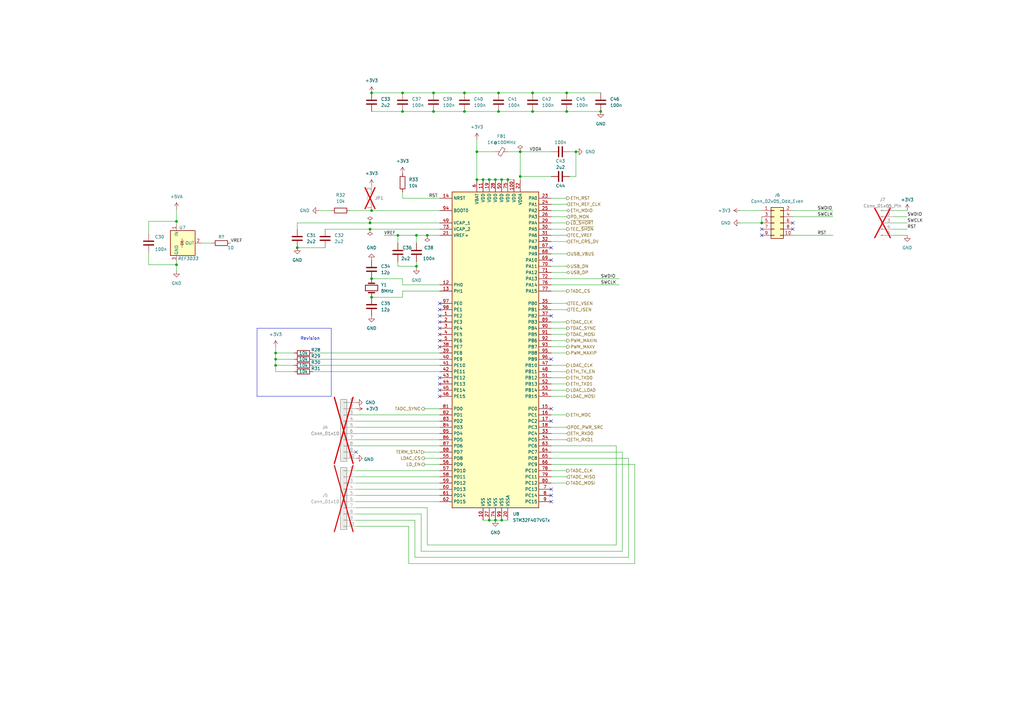
<source format=kicad_sch>
(kicad_sch (version 20230121) (generator eeschema)
  (paper "A3")
  (title_block (title "MCU") (date "2023-11-09") (rev "r0_3") (company "M-Labs Limited") (comment 1 "Linus Woo Chun Kit"))
  (lib_symbols
    (symbol "Connector:Conn_01x05_Pin" (pin_names (offset 1.016) hide)
      (property "Reference" "J" (at 0 7.62 0))
      (property "Value" "Conn_01x05_Pin" (at 0 -7.62 0))
      (symbol "Conn_01x05_Pin_1_1"
        (polyline (pts (xy 1.27 -5.08) (xy 0.8636 -5.08)) (stroke (width 0.1524)))
        (polyline (pts (xy 1.27 -2.54) (xy 0.8636 -2.54)) (stroke (width 0.1524)))
        (polyline (pts (xy 1.27 0) (xy 0.8636 0)) (stroke (width 0.1524)))
        (polyline (pts (xy 1.27 2.54) (xy 0.8636 2.54)) (stroke (width 0.1524)))
        (polyline (pts (xy 1.27 5.08) (xy 0.8636 5.08)) (stroke (width 0.1524)))
        (rectangle (start 0.8636 -4.953) (end 0 -5.207) (stroke (width 0.1524)) (fill (type outline)))
        (rectangle (start 0.8636 -2.413) (end 0 -2.667) (stroke (width 0.1524)) (fill (type outline)))
        (rectangle (start 0.8636 0.127) (end 0 -0.127) (stroke (width 0.1524)) (fill (type outline)))
        (rectangle (start 0.8636 2.667) (end 0 2.413) (stroke (width 0.1524)) (fill (type outline)))
        (rectangle (start 0.8636 5.207) (end 0 4.953) (stroke (width 0.1524)) (fill (type outline)))
        (pin passive line (at 5.08 5.08 180) (length 3.81) (name "Pin_1") (number "1"))
        (pin passive line (at 5.08 2.54 180) (length 3.81) (name "Pin_2") (number "2"))
        (pin passive line (at 5.08 0 180) (length 3.81) (name "Pin_3") (number "3"))
        (pin passive line (at 5.08 -2.54 180) (length 3.81) (name "Pin_4") (number "4"))
        (pin passive line (at 5.08 -5.08 180) (length 3.81) (name "Pin_5") (number "5"))
      )
    )
    (symbol "Connector_Generic:Conn_01x10" (pin_names (offset 1.016) hide)
      (property "Reference" "J" (at 0 12.7 0))
      (property "Value" "Conn_01x10" (at 0 -15.24 0))
      (symbol "Conn_01x10_1_1"
        (rectangle (start -1.27 -12.573) (end 0 -12.827) (stroke (width 0.1524)))
        (rectangle (start -1.27 -10.033) (end 0 -10.287) (stroke (width 0.1524)))
        (rectangle (start -1.27 -7.493) (end 0 -7.747) (stroke (width 0.1524)))
        (rectangle (start -1.27 -4.953) (end 0 -5.207) (stroke (width 0.1524)))
        (rectangle (start -1.27 -2.413) (end 0 -2.667) (stroke (width 0.1524)))
        (rectangle (start -1.27 0.127) (end 0 -0.127) (stroke (width 0.1524)))
        (rectangle (start -1.27 2.667) (end 0 2.413) (stroke (width 0.1524)))
        (rectangle (start -1.27 5.207) (end 0 4.953) (stroke (width 0.1524)))
        (rectangle (start -1.27 7.747) (end 0 7.493) (stroke (width 0.1524)))
        (rectangle (start -1.27 10.287) (end 0 10.033) (stroke (width 0.1524)))
        (rectangle (start -1.27 11.43) (end 1.27 -13.97) (stroke (width 0.254)) (fill (type background)))
        (pin passive line (at -5.08 10.16 0) (length 3.81) (name "Pin_1") (number "1"))
        (pin passive line (at -5.08 -12.7 0) (length 3.81) (name "Pin_10") (number "10"))
        (pin passive line (at -5.08 7.62 0) (length 3.81) (name "Pin_2") (number "2"))
        (pin passive line (at -5.08 5.08 0) (length 3.81) (name "Pin_3") (number "3"))
        (pin passive line (at -5.08 2.54 0) (length 3.81) (name "Pin_4") (number "4"))
        (pin passive line (at -5.08 0 0) (length 3.81) (name "Pin_5") (number "5"))
        (pin passive line (at -5.08 -2.54 0) (length 3.81) (name "Pin_6") (number "6"))
        (pin passive line (at -5.08 -5.08 0) (length 3.81) (name "Pin_7") (number "7"))
        (pin passive line (at -5.08 -7.62 0) (length 3.81) (name "Pin_8") (number "8"))
        (pin passive line (at -5.08 -10.16 0) (length 3.81) (name "Pin_9") (number "9"))
      )
    )
    (symbol "Connector_Generic:Conn_02x05_Odd_Even" (pin_names (offset 1.016) hide)
      (property "Reference" "J" (at 1.27 7.62 0))
      (property "Value" "Conn_02x05_Odd_Even" (at 1.27 -7.62 0))
      (symbol "Conn_02x05_Odd_Even_1_1"
        (rectangle (start -1.27 -4.953) (end 0 -5.207) (stroke (width 0.1524)))
        (rectangle (start -1.27 -2.413) (end 0 -2.667) (stroke (width 0.1524)))
        (rectangle (start -1.27 0.127) (end 0 -0.127) (stroke (width 0.1524)))
        (rectangle (start -1.27 2.667) (end 0 2.413) (stroke (width 0.1524)))
        (rectangle (start -1.27 5.207) (end 0 4.953) (stroke (width 0.1524)))
        (rectangle (start -1.27 6.35) (end 3.81 -6.35) (stroke (width 0.254)) (fill (type background)))
        (rectangle (start 3.81 -4.953) (end 2.54 -5.207) (stroke (width 0.1524)))
        (rectangle (start 3.81 -2.413) (end 2.54 -2.667) (stroke (width 0.1524)))
        (rectangle (start 3.81 0.127) (end 2.54 -0.127) (stroke (width 0.1524)))
        (rectangle (start 3.81 2.667) (end 2.54 2.413) (stroke (width 0.1524)))
        (rectangle (start 3.81 5.207) (end 2.54 4.953) (stroke (width 0.1524)))
        (pin passive line (at -5.08 5.08 0) (length 3.81) (name "Pin_1") (number "1"))
        (pin passive line (at 7.62 -5.08 180) (length 3.81) (name "Pin_10") (number "10"))
        (pin passive line (at 7.62 5.08 180) (length 3.81) (name "Pin_2") (number "2"))
        (pin passive line (at -5.08 2.54 0) (length 3.81) (name "Pin_3") (number "3"))
        (pin passive line (at 7.62 2.54 180) (length 3.81) (name "Pin_4") (number "4"))
        (pin passive line (at -5.08 0 0) (length 3.81) (name "Pin_5") (number "5"))
        (pin passive line (at 7.62 0 180) (length 3.81) (name "Pin_6") (number "6"))
        (pin passive line (at -5.08 -2.54 0) (length 3.81) (name "Pin_7") (number "7"))
        (pin passive line (at 7.62 -2.54 180) (length 3.81) (name "Pin_8") (number "8"))
        (pin passive line (at -5.08 -5.08 0) (length 3.81) (name "Pin_9") (number "9"))
      )
    )
    (symbol "Device:C" (pin_numbers hide) (pin_names (offset 0.254))
      (property "Reference" "C" (at 0.635 2.54 0))
      (property "Value" "C" (at 0.635 -2.54 0))
      (symbol "C_0_1"
        (polyline (pts (xy -2.032 -0.762) (xy 2.032 -0.762)) (stroke (width 0.508)))
        (polyline (pts (xy -2.032 0.762) (xy 2.032 0.762)) (stroke (width 0.508)))
      )
      (symbol "C_1_1"
        (pin passive line (at 0 3.81 270) (length 2.794) (name "~") (number "1"))
        (pin passive line (at 0 -3.81 90) (length 2.794) (name "~") (number "2"))
      )
    )
    (symbol "Device:Crystal" (pin_numbers hide) (pin_names (offset 1.016) hide)
      (property "Reference" "Y" (at 0 3.81 0))
      (property "Value" "Crystal" (at 0 -3.81 0))
      (symbol "Crystal_0_1"
        (rectangle (start -1.143 2.54) (end 1.143 -2.54) (stroke (width 0.3048)))
        (polyline (pts (xy -2.54 0) (xy -1.905 0)))
        (polyline (pts (xy -1.905 -1.27) (xy -1.905 1.27)) (stroke (width 0.508)))
        (polyline (pts (xy 1.905 -1.27) (xy 1.905 1.27)) (stroke (width 0.508)))
        (polyline (pts (xy 2.54 0) (xy 1.905 0)))
      )
      (symbol "Crystal_1_1"
        (pin passive line (at -3.81 0 0) (length 1.27) (name "1") (number "1"))
        (pin passive line (at 3.81 0 180) (length 1.27) (name "2") (number "2"))
      )
    )
    (symbol "Device:FerriteBead_Small" (pin_numbers hide) (pin_names (offset 0))
      (property "Reference" "FB" (at 1.905 1.27 0))
      (property "Value" "FerriteBead_Small" (at 1.905 -1.27 0))
      (symbol "FerriteBead_Small_0_1"
        (polyline (pts (xy 0 -1.27) (xy 0 -0.7874)))
        (polyline (pts (xy 0 0.889) (xy 0 1.2954)))
        (polyline (pts (xy -1.8288 0.2794) (xy -1.1176 1.4986) (xy 1.8288 -0.2032) (xy 1.1176 -1.4224) (xy -1.8288 0.2794)))
      )
      (symbol "FerriteBead_Small_1_1"
        (pin passive line (at 0 2.54 270) (length 1.27) (name "~") (number "1"))
        (pin passive line (at 0 -2.54 90) (length 1.27) (name "~") (number "2"))
      )
    )
    (symbol "Device:R" (pin_numbers hide) (pin_names (offset 0))
      (property "Reference" "R" (at 2.032 0 90))
      (property "Value" "R" (at 0 0 90))
      (symbol "R_0_1"
        (rectangle (start -1.016 -2.54) (end 1.016 2.54) (stroke (width 0.254)))
      )
      (symbol "R_1_1"
        (pin passive line (at 0 3.81 270) (length 1.27) (name "~") (number "1"))
        (pin passive line (at 0 -3.81 90) (length 1.27) (name "~") (number "2"))
      )
    )
    (symbol "Jumper:Jumper_2_Open" (pin_names (offset 0) hide)
      (property "Reference" "JP" (at 0 2.794 0))
      (property "Value" "Jumper_2_Open" (at 0 -2.286 0))
      (symbol "Jumper_2_Open_0_0"
        (circle (center -2.032 0) (radius 0.508))
        (circle (center 2.032 0) (radius 0.508))
      )
      (symbol "Jumper_2_Open_0_1"
        (arc (start 1.524 1.27) (mid 0 1.778) (end -1.524 1.27))
      )
      (symbol "Jumper_2_Open_1_1"
        (pin passive line (at -5.08 0 0) (length 2.54) (name "A") (number "1"))
        (pin passive line (at 5.08 0 180) (length 2.54) (name "B") (number "2"))
      )
    )
    (symbol "MCU_ST_STM32F4:STM32F407VGTx"
      (property "Reference" "U" (at -17.78 64.77 0))
      (property "Value" "STM32F407VGTx" (at 12.7 64.77 0))
      (symbol "STM32F407VGTx_0_1"
        (rectangle (start -17.78 -66.04) (end 17.78 63.5) (stroke (width 0.254)) (fill (type background)))
      )
      (symbol "STM32F407VGTx_1_1"
        (pin bidirectional line (at -22.86 12.7 0) (length 5.08) (name "PE2") (number "1"))
        (pin power_in line (at -5.08 -71.12 90) (length 5.08) (name "VSS") (number "10"))
        (pin power_in line (at 7.62 68.58 270) (length 5.08) (name "VDD") (number "100"))
        (pin power_in line (at -5.08 68.58 270) (length 5.08) (name "VDD") (number "11"))
        (pin input line (at -22.86 25.4 0) (length 5.08) (name "PH0") (number "12"))
        (pin input line (at -22.86 22.86 0) (length 5.08) (name "PH1") (number "13"))
        (pin input line (at -22.86 60.96 0) (length 5.08) (name "NRST") (number "14"))
        (pin bidirectional line (at 22.86 -25.4 180) (length 5.08) (name "PC0") (number "15"))
        (pin bidirectional line (at 22.86 -27.94 180) (length 5.08) (name "PC1") (number "16"))
        (pin bidirectional line (at 22.86 -30.48 180) (length 5.08) (name "PC2") (number "17"))
        (pin bidirectional line (at 22.86 -33.02 180) (length 5.08) (name "PC3") (number "18"))
        (pin power_in line (at -2.54 68.58 270) (length 5.08) (name "VDD") (number "19"))
        (pin bidirectional line (at -22.86 10.16 0) (length 5.08) (name "PE3") (number "2"))
        (pin power_in line (at 5.08 -71.12 90) (length 5.08) (name "VSSA") (number "20"))
        (pin power_in line (at -22.86 45.72 0) (length 5.08) (name "VREF+") (number "21"))
        (pin power_in line (at 10.16 68.58 270) (length 5.08) (name "VDDA") (number "22"))
        (pin bidirectional line (at 22.86 60.96 180) (length 5.08) (name "PA0") (number "23"))
        (pin bidirectional line (at 22.86 58.42 180) (length 5.08) (name "PA1") (number "24"))
        (pin bidirectional line (at 22.86 55.88 180) (length 5.08) (name "PA2") (number "25"))
        (pin bidirectional line (at 22.86 53.34 180) (length 5.08) (name "PA3") (number "26"))
        (pin power_in line (at -2.54 -71.12 90) (length 5.08) (name "VSS") (number "27"))
        (pin power_in line (at 0 68.58 270) (length 5.08) (name "VDD") (number "28"))
        (pin bidirectional line (at 22.86 50.8 180) (length 5.08) (name "PA4") (number "29"))
        (pin bidirectional line (at -22.86 7.62 0) (length 5.08) (name "PE4") (number "3"))
        (pin bidirectional line (at 22.86 48.26 180) (length 5.08) (name "PA5") (number "30"))
        (pin bidirectional line (at 22.86 45.72 180) (length 5.08) (name "PA6") (number "31"))
        (pin bidirectional line (at 22.86 43.18 180) (length 5.08) (name "PA7") (number "32"))
        (pin bidirectional line (at 22.86 -35.56 180) (length 5.08) (name "PC4") (number "33"))
        (pin bidirectional line (at 22.86 -38.1 180) (length 5.08) (name "PC5") (number "34"))
        (pin bidirectional line (at 22.86 17.78 180) (length 5.08) (name "PB0") (number "35"))
        (pin bidirectional line (at 22.86 15.24 180) (length 5.08) (name "PB1") (number "36"))
        (pin bidirectional line (at 22.86 12.7 180) (length 5.08) (name "PB2") (number "37"))
        (pin bidirectional line (at -22.86 0 0) (length 5.08) (name "PE7") (number "38"))
        (pin bidirectional line (at -22.86 -2.54 0) (length 5.08) (name "PE8") (number "39"))
        (pin bidirectional line (at -22.86 5.08 0) (length 5.08) (name "PE5") (number "4"))
        (pin bidirectional line (at -22.86 -5.08 0) (length 5.08) (name "PE9") (number "40"))
        (pin bidirectional line (at -22.86 -7.62 0) (length 5.08) (name "PE10") (number "41"))
        (pin bidirectional line (at -22.86 -10.16 0) (length 5.08) (name "PE11") (number "42"))
        (pin bidirectional line (at -22.86 -12.7 0) (length 5.08) (name "PE12") (number "43"))
        (pin bidirectional line (at -22.86 -15.24 0) (length 5.08) (name "PE13") (number "44"))
        (pin bidirectional line (at -22.86 -17.78 0) (length 5.08) (name "PE14") (number "45"))
        (pin bidirectional line (at -22.86 -20.32 0) (length 5.08) (name "PE15") (number "46"))
        (pin bidirectional line (at 22.86 -7.62 180) (length 5.08) (name "PB10") (number "47"))
        (pin bidirectional line (at 22.86 -10.16 180) (length 5.08) (name "PB11") (number "48"))
        (pin power_in line (at -22.86 50.8 0) (length 5.08) (name "VCAP_1") (number "49"))
        (pin bidirectional line (at -22.86 2.54 0) (length 5.08) (name "PE6") (number "5"))
        (pin power_in line (at 2.54 68.58 270) (length 5.08) (name "VDD") (number "50"))
        (pin bidirectional line (at 22.86 -12.7 180) (length 5.08) (name "PB12") (number "51"))
        (pin bidirectional line (at 22.86 -15.24 180) (length 5.08) (name "PB13") (number "52"))
        (pin bidirectional line (at 22.86 -17.78 180) (length 5.08) (name "PB14") (number "53"))
        (pin bidirectional line (at 22.86 -20.32 180) (length 5.08) (name "PB15") (number "54"))
        (pin bidirectional line (at -22.86 -45.72 0) (length 5.08) (name "PD8") (number "55"))
        (pin bidirectional line (at -22.86 -48.26 0) (length 5.08) (name "PD9") (number "56"))
        (pin bidirectional line (at -22.86 -50.8 0) (length 5.08) (name "PD10") (number "57"))
        (pin bidirectional line (at -22.86 -53.34 0) (length 5.08) (name "PD11") (number "58"))
        (pin bidirectional line (at -22.86 -55.88 0) (length 5.08) (name "PD12") (number "59"))
        (pin power_in line (at -7.62 68.58 270) (length 5.08) (name "VBAT") (number "6"))
        (pin bidirectional line (at -22.86 -58.42 0) (length 5.08) (name "PD13") (number "60"))
        (pin bidirectional line (at -22.86 -60.96 0) (length 5.08) (name "PD14") (number "61"))
        (pin bidirectional line (at -22.86 -63.5 0) (length 5.08) (name "PD15") (number "62"))
        (pin bidirectional line (at 22.86 -40.64 180) (length 5.08) (name "PC6") (number "63"))
        (pin bidirectional line (at 22.86 -43.18 180) (length 5.08) (name "PC7") (number "64"))
        (pin bidirectional line (at 22.86 -45.72 180) (length 5.08) (name "PC8") (number "65"))
        (pin bidirectional line (at 22.86 -48.26 180) (length 5.08) (name "PC9") (number "66"))
        (pin bidirectional line (at 22.86 40.64 180) (length 5.08) (name "PA8") (number "67"))
        (pin bidirectional line (at 22.86 38.1 180) (length 5.08) (name "PA9") (number "68"))
        (pin bidirectional line (at 22.86 35.56 180) (length 5.08) (name "PA10") (number "69"))
        (pin bidirectional line (at 22.86 -58.42 180) (length 5.08) (name "PC13") (number "7"))
        (pin bidirectional line (at 22.86 33.02 180) (length 5.08) (name "PA11") (number "70"))
        (pin bidirectional line (at 22.86 30.48 180) (length 5.08) (name "PA12") (number "71"))
        (pin bidirectional line (at 22.86 27.94 180) (length 5.08) (name "PA13") (number "72"))
        (pin power_in line (at -22.86 48.26 0) (length 5.08) (name "VCAP_2") (number "73"))
        (pin power_in line (at 0 -71.12 90) (length 5.08) (name "VSS") (number "74"))
        (pin power_in line (at 5.08 68.58 270) (length 5.08) (name "VDD") (number "75"))
        (pin bidirectional line (at 22.86 25.4 180) (length 5.08) (name "PA14") (number "76"))
        (pin bidirectional line (at 22.86 22.86 180) (length 5.08) (name "PA15") (number "77"))
        (pin bidirectional line (at 22.86 -50.8 180) (length 5.08) (name "PC10") (number "78"))
        (pin bidirectional line (at 22.86 -53.34 180) (length 5.08) (name "PC11") (number "79"))
        (pin bidirectional line (at 22.86 -60.96 180) (length 5.08) (name "PC14") (number "8"))
        (pin bidirectional line (at 22.86 -55.88 180) (length 5.08) (name "PC12") (number "80"))
        (pin bidirectional line (at -22.86 -25.4 0) (length 5.08) (name "PD0") (number "81"))
        (pin bidirectional line (at -22.86 -27.94 0) (length 5.08) (name "PD1") (number "82"))
        (pin bidirectional line (at -22.86 -30.48 0) (length 5.08) (name "PD2") (number "83"))
        (pin bidirectional line (at -22.86 -33.02 0) (length 5.08) (name "PD3") (number "84"))
        (pin bidirectional line (at -22.86 -35.56 0) (length 5.08) (name "PD4") (number "85"))
        (pin bidirectional line (at -22.86 -38.1 0) (length 5.08) (name "PD5") (number "86"))
        (pin bidirectional line (at -22.86 -40.64 0) (length 5.08) (name "PD6") (number "87"))
        (pin bidirectional line (at -22.86 -43.18 0) (length 5.08) (name "PD7") (number "88"))
        (pin bidirectional line (at 22.86 10.16 180) (length 5.08) (name "PB3") (number "89"))
        (pin bidirectional line (at 22.86 -63.5 180) (length 5.08) (name "PC15") (number "9"))
        (pin bidirectional line (at 22.86 7.62 180) (length 5.08) (name "PB4") (number "90"))
        (pin bidirectional line (at 22.86 5.08 180) (length 5.08) (name "PB5") (number "91"))
        (pin bidirectional line (at 22.86 2.54 180) (length 5.08) (name "PB6") (number "92"))
        (pin bidirectional line (at 22.86 0 180) (length 5.08) (name "PB7") (number "93"))
        (pin input line (at -22.86 55.88 0) (length 5.08) (name "BOOT0") (number "94"))
        (pin bidirectional line (at 22.86 -2.54 180) (length 5.08) (name "PB8") (number "95"))
        (pin bidirectional line (at 22.86 -5.08 180) (length 5.08) (name "PB9") (number "96"))
        (pin bidirectional line (at -22.86 17.78 0) (length 5.08) (name "PE0") (number "97"))
        (pin bidirectional line (at -22.86 15.24 0) (length 5.08) (name "PE1") (number "98"))
        (pin power_in line (at 2.54 -71.12 90) (length 5.08) (name "VSS") (number "99"))
      )
    )
    (symbol "Reference_Voltage:REF3033" (pin_names (offset 0.254))
      (property "Reference" "U" (at 0 6.35 0))
      (property "Value" "REF3033" (at 2.54 -6.35 0))
      (symbol "REF3033_0_1"
        (rectangle (start -5.08 5.08) (end 5.08 -5.08) (stroke (width 0.254)) (fill (type background)))
        (polyline (pts (xy -0.254 1.905) (xy -0.254 -1.905)))
        (polyline (pts (xy -0.889 -0.635) (xy 0.381 -0.635) (xy -0.254 0.635) (xy -0.889 -0.635)))
        (polyline (pts (xy 0.381 1.016) (xy 0.381 0.635) (xy -0.889 0.635) (xy -0.889 0.254)))
      )
      (symbol "REF3033_1_1"
        (pin power_in line (at -2.54 7.62 270) (length 2.54) (name "IN") (number "1"))
        (pin power_out line (at 7.62 0 180) (length 2.54) (name "OUT") (number "2"))
        (pin power_in line (at -2.54 -7.62 90) (length 2.54) (name "GND") (number "3"))
      )
    )
    (symbol "power:+3V3" (power) (pin_names (offset 0))
      (property "Value" "+3V3" (at 0 3.556 0))
      (symbol "+3V3_0_1"
        (polyline (pts (xy -0.762 1.27) (xy 0 2.54)))
        (polyline (pts (xy 0 0) (xy 0 2.54)))
        (polyline (pts (xy 0 2.54) (xy 0.762 1.27)))
      )
      (symbol "+3V3_1_1"
        (pin power_in line (at 0 0 90) (length 0) hide (name "+3V3") (number "1"))
      )
    )
    (symbol "power:+5VA" (power) (pin_names (offset 0))
      (property "Value" "+5VA" (at 0 3.556 0))
      (symbol "+5VA_0_1"
        (polyline (pts (xy -0.762 1.27) (xy 0 2.54)))
        (polyline (pts (xy 0 0) (xy 0 2.54)))
        (polyline (pts (xy 0 2.54) (xy 0.762 1.27)))
      )
      (symbol "+5VA_1_1"
        (pin power_in line (at 0 0 90) (length 0) hide (name "+5VA") (number "1"))
      )
    )
    (symbol "power:GND" (power) (pin_names (offset 0))
      (property "Value" "GND" (at 0 -3.81 0))
      (symbol "GND_0_1"
        (polyline (pts (xy 0 0) (xy 0 -1.27) (xy 1.27 -1.27) (xy 0 -2.54) (xy -1.27 -1.27) (xy 0 -1.27)))
      )
      (symbol "GND_1_1"
        (pin power_in line (at 0 0 270) (length 0) hide (name "GND") (number "1"))
      )
    )
    (symbol "power:PWR_FLAG" (power) (pin_numbers hide) (pin_names (offset 0) hide)
      (property "Value" "PWR_FLAG" (at 0 3.81 0))
      (symbol "PWR_FLAG_0_0"
        (pin power_out line (at 0 0 90) (length 0) (name "pwr") (number "1"))
      )
      (symbol "PWR_FLAG_0_1"
        (polyline (pts (xy 0 0) (xy 0 1.27) (xy -1.016 1.905) (xy 0 2.54) (xy 1.016 1.905) (xy 0 1.27)))
      )
    )
  )
  (junction (at 165.1 38.1))
  (junction (at 152.4 114.3))
  (junction (at 198.12 73.66))
  (junction (at 205.74 213.36))
  (junction (at 177.8 38.1))
  (junction (at 213.36 72.39))
  (junction (at 236.22 62.23))
  (junction (at 152.4 38.1))
  (junction (at 195.58 73.66))
  (junction (at 121.92 101.6))
  (junction (at 72.39 90.805))
  (junction (at 200.66 73.66))
  (junction (at 170.815 96.52))
  (junction (at 203.2 213.36))
  (junction (at 151.765 91.44))
  (junction (at 175.26 96.52))
  (junction (at 204.47 38.1))
  (junction (at 152.4 86.36))
  (junction (at 177.8 45.72))
  (junction (at 232.41 45.72))
  (junction (at 200.66 213.36))
  (junction (at 208.28 73.66))
  (junction (at 113.03 144.78))
  (junction (at 190.5 45.72))
  (junction (at 165.1 45.72))
  (junction (at 203.2 73.66))
  (junction (at 232.41 38.1))
  (junction (at 213.36 62.23))
  (junction (at 170.815 109.22))
  (junction (at 190.5 38.1))
  (junction (at 204.47 45.72))
  (junction (at 113.03 147.32))
  (junction (at 218.44 38.1))
  (junction (at 246.38 45.72))
  (junction (at 151.765 93.98))
  (junction (at 205.74 73.66))
  (junction (at 152.4 121.92))
  (junction (at 195.58 62.23))
  (junction (at 312.42 91.44))
  (junction (at 218.44 45.72))
  (junction (at 72.39 108.585))
  (junction (at 113.03 149.86))
  (junction (at 163.195 96.52))
  (no_connect (at 312.42 96.52))
  (no_connect (at 325.12 93.98))
  (no_connect (at 325.12 91.44))
  (no_connect (at 146.05 185.42))
  (no_connect (at 180.34 157.48))
  (no_connect (at 180.34 154.94))
  (no_connect (at 312.42 93.98))
  (no_connect (at 226.06 172.72))
  (no_connect (at 226.06 101.6))
  (no_connect (at 226.06 200.66))
  (no_connect (at 226.06 203.2))
  (no_connect (at 226.06 205.74))
  (no_connect (at 226.06 106.68))
  (no_connect (at 226.06 129.54))
  (no_connect (at 180.34 129.54))
  (no_connect (at 180.34 124.46))
  (no_connect (at 180.34 127))
  (no_connect (at 226.06 147.32))
  (no_connect (at 226.06 167.64))
  (no_connect (at 180.34 162.56))
  (no_connect (at 180.34 160.02))
  (no_connect (at 180.34 132.08))
  (no_connect (at 180.34 134.62))
  (no_connect (at 180.34 137.16))
  (no_connect (at 180.34 139.7))
  (no_connect (at 180.34 142.24))
  (wire (pts (xy 226.06 180.34) (xy 232.41 180.34)))
  (wire (pts (xy 146.05 205.74) (xy 180.34 205.74)))
  (wire (pts (xy 226.06 170.18) (xy 232.41 170.18)))
  (wire (pts (xy 226.06 160.02) (xy 232.41 160.02)))
  (wire (pts (xy 226.06 99.06) (xy 232.41 99.06)))
  (wire (pts (xy 165.1 116.84) (xy 180.34 116.84)))
  (wire (pts (xy 226.06 104.14) (xy 232.41 104.14)))
  (wire (pts (xy 170.815 109.22) (xy 170.815 109.855)))
  (wire (pts (xy 146.05 203.2) (xy 180.34 203.2)))
  (wire (pts (xy 72.39 85.725) (xy 72.39 90.805)))
  (wire (pts (xy 226.06 86.36) (xy 232.41 86.36)))
  (polyline (pts (xy 105.41 162.56) (xy 135.89 162.56)))
  (wire (pts (xy 175.26 96.52) (xy 180.34 96.52)))
  (wire (pts (xy 257.81 187.96) (xy 257.81 228.6)))
  (wire (pts (xy 372.11 91.44) (xy 366.395 91.44)))
  (wire (pts (xy 198.12 213.36) (xy 200.66 213.36)))
  (wire (pts (xy 218.44 45.72) (xy 232.41 45.72)))
  (wire (pts (xy 312.42 88.9) (xy 312.42 91.44)))
  (wire (pts (xy 165.1 81.28) (xy 180.34 81.28)))
  (wire (pts (xy 233.68 72.39) (xy 236.22 72.39)))
  (wire (pts (xy 172.72 226.06) (xy 172.72 210.82)))
  (wire (pts (xy 146.05 172.72) (xy 180.34 172.72)))
  (wire (pts (xy 72.39 108.585) (xy 60.96 108.585)))
  (wire (pts (xy 372.11 96.52) (xy 366.395 96.52)))
  (wire (pts (xy 195.58 62.23) (xy 203.2 62.23)))
  (wire (pts (xy 175.26 223.52) (xy 175.26 208.28)))
  (wire (pts (xy 121.92 101.6) (xy 133.35 101.6)))
  (wire (pts (xy 170.815 96.52) (xy 170.815 99.695)))
  (wire (pts (xy 175.26 208.28) (xy 146.05 208.28)))
  (wire (pts (xy 173.99 187.96) (xy 180.34 187.96)))
  (wire (pts (xy 325.12 96.52) (xy 341.63 96.52)))
  (wire (pts (xy 203.2 213.36) (xy 205.74 213.36)))
  (wire (pts (xy 226.06 139.7) (xy 232.41 139.7)))
  (polyline (pts (xy 135.89 162.56) (xy 135.89 134.62)))
  (wire (pts (xy 226.06 116.84) (xy 254 116.84)))
  (wire (pts (xy 170.18 228.6) (xy 170.18 213.36)))
  (wire (pts (xy 204.47 38.1) (xy 218.44 38.1)))
  (wire (pts (xy 113.03 152.4) (xy 120.65 152.4)))
  (wire (pts (xy 151.765 91.44) (xy 180.34 91.44)))
  (wire (pts (xy 128.27 149.86) (xy 180.34 149.86)))
  (wire (pts (xy 260.35 231.14) (xy 167.64 231.14)))
  (wire (pts (xy 170.815 107.315) (xy 170.815 109.22)))
  (wire (pts (xy 113.03 149.86) (xy 120.65 149.86)))
  (wire (pts (xy 152.4 45.72) (xy 165.1 45.72)))
  (wire (pts (xy 128.27 147.32) (xy 180.34 147.32)))
  (wire (pts (xy 72.39 107.315) (xy 72.39 108.585)))
  (wire (pts (xy 165.1 119.38) (xy 165.1 121.92)))
  (wire (pts (xy 208.28 62.23) (xy 213.36 62.23)))
  (wire (pts (xy 146.05 170.18) (xy 180.34 170.18)))
  (wire (pts (xy 146.05 193.04) (xy 180.34 193.04)))
  (wire (pts (xy 167.64 215.9) (xy 146.05 215.9)))
  (wire (pts (xy 133.35 93.98) (xy 151.765 93.98)))
  (wire (pts (xy 226.06 177.8) (xy 232.41 177.8)))
  (wire (pts (xy 226.06 193.04) (xy 232.41 193.04)))
  (wire (pts (xy 165.1 81.28) (xy 165.1 78.74)))
  (wire (pts (xy 170.18 213.36) (xy 146.05 213.36)))
  (wire (pts (xy 72.39 90.805) (xy 72.39 92.075)))
  (wire (pts (xy 113.03 147.32) (xy 113.03 149.86)))
  (wire (pts (xy 255.27 226.06) (xy 172.72 226.06)))
  (wire (pts (xy 372.11 93.98) (xy 366.395 93.98)))
  (wire (pts (xy 226.06 154.94) (xy 232.41 154.94)))
  (wire (pts (xy 146.05 195.58) (xy 180.34 195.58)))
  (wire (pts (xy 213.36 62.23) (xy 213.36 72.39)))
  (wire (pts (xy 226.06 111.76) (xy 232.41 111.76)))
  (wire (pts (xy 226.06 134.62) (xy 232.41 134.62)))
  (wire (pts (xy 226.06 182.88) (xy 252.73 182.88)))
  (wire (pts (xy 226.06 187.96) (xy 257.81 187.96)))
  (wire (pts (xy 226.06 149.86) (xy 232.41 149.86)))
  (wire (pts (xy 252.73 223.52) (xy 175.26 223.52)))
  (wire (pts (xy 82.55 99.695) (xy 86.995 99.695)))
  (wire (pts (xy 226.06 137.16) (xy 232.41 137.16)))
  (wire (pts (xy 226.06 185.42) (xy 255.27 185.42)))
  (wire (pts (xy 226.06 93.98) (xy 232.41 93.98)))
  (wire (pts (xy 177.8 38.1) (xy 190.5 38.1)))
  (wire (pts (xy 200.66 213.36) (xy 203.2 213.36)))
  (wire (pts (xy 252.73 182.88) (xy 252.73 223.52)))
  (wire (pts (xy 372.11 88.9) (xy 366.395 88.9)))
  (wire (pts (xy 203.2 73.66) (xy 205.74 73.66)))
  (wire (pts (xy 195.58 62.23) (xy 195.58 73.66)))
  (wire (pts (xy 233.68 62.23) (xy 236.22 62.23)))
  (wire (pts (xy 157.48 96.52) (xy 163.195 96.52)))
  (wire (pts (xy 146.05 182.88) (xy 180.34 182.88)))
  (wire (pts (xy 177.8 45.72) (xy 190.5 45.72)))
  (wire (pts (xy 163.195 109.22) (xy 163.195 107.315)))
  (wire (pts (xy 226.06 190.5) (xy 260.35 190.5)))
  (wire (pts (xy 146.05 175.26) (xy 180.34 175.26)))
  (wire (pts (xy 226.06 198.12) (xy 232.41 198.12)))
  (wire (pts (xy 232.41 38.1) (xy 246.38 38.1)))
  (wire (pts (xy 195.58 73.66) (xy 198.12 73.66)))
  (wire (pts (xy 213.36 62.23) (xy 226.06 62.23)))
  (wire (pts (xy 165.1 121.92) (xy 152.4 121.92)))
  (wire (pts (xy 113.03 144.78) (xy 113.03 147.32)))
  (wire (pts (xy 152.4 86.36) (xy 180.34 86.36)))
  (wire (pts (xy 198.12 73.66) (xy 200.66 73.66)))
  (wire (pts (xy 113.03 144.78) (xy 120.65 144.78)))
  (wire (pts (xy 113.03 149.86) (xy 113.03 152.4)))
  (wire (pts (xy 213.36 72.39) (xy 213.36 73.66)))
  (wire (pts (xy 226.06 124.46) (xy 232.41 124.46)))
  (wire (pts (xy 226.06 152.4) (xy 232.41 152.4)))
  (wire (pts (xy 325.12 86.36) (xy 341.63 86.36)))
  (polyline (pts (xy 105.41 134.62) (xy 105.41 162.56)))
  (wire (pts (xy 226.06 195.58) (xy 232.41 195.58)))
  (wire (pts (xy 146.05 198.12) (xy 180.34 198.12)))
  (wire (pts (xy 163.195 96.52) (xy 170.815 96.52)))
  (wire (pts (xy 113.03 147.32) (xy 120.65 147.32)))
  (wire (pts (xy 208.28 73.66) (xy 210.82 73.66)))
  (wire (pts (xy 165.1 45.72) (xy 177.8 45.72)))
  (wire (pts (xy 173.99 185.42) (xy 180.34 185.42)))
  (wire (pts (xy 165.1 119.38) (xy 180.34 119.38)))
  (wire (pts (xy 226.06 142.24) (xy 232.41 142.24)))
  (wire (pts (xy 372.11 86.36) (xy 366.395 86.36)))
  (wire (pts (xy 165.1 116.84) (xy 165.1 114.3)))
  (wire (pts (xy 226.06 132.08) (xy 232.41 132.08)))
  (wire (pts (xy 121.92 93.98) (xy 121.92 91.44)))
  (wire (pts (xy 213.36 72.39) (xy 226.06 72.39)))
  (wire (pts (xy 236.22 72.39) (xy 236.22 62.23)))
  (wire (pts (xy 205.74 73.66) (xy 208.28 73.66)))
  (wire (pts (xy 226.06 109.22) (xy 232.41 109.22)))
  (wire (pts (xy 113.03 142.24) (xy 113.03 144.78)))
  (wire (pts (xy 146.05 200.66) (xy 180.34 200.66)))
  (wire (pts (xy 163.195 99.695) (xy 163.195 96.52)))
  (wire (pts (xy 303.53 91.44) (xy 312.42 91.44)))
  (wire (pts (xy 218.44 38.1) (xy 232.41 38.1)))
  (wire (pts (xy 226.06 175.26) (xy 232.41 175.26)))
  (wire (pts (xy 226.06 88.9) (xy 232.41 88.9)))
  (wire (pts (xy 60.96 95.885) (xy 60.96 90.805)))
  (wire (pts (xy 232.41 45.72) (xy 246.38 45.72)))
  (wire (pts (xy 226.06 96.52) (xy 232.41 96.52)))
  (wire (pts (xy 195.58 57.15) (xy 195.58 62.23)))
  (wire (pts (xy 226.06 119.38) (xy 232.41 119.38)))
  (wire (pts (xy 173.99 190.5) (xy 180.34 190.5)))
  (wire (pts (xy 72.39 108.585) (xy 72.39 111.125)))
  (wire (pts (xy 190.5 38.1) (xy 204.47 38.1)))
  (wire (pts (xy 165.1 38.1) (xy 177.8 38.1)))
  (wire (pts (xy 260.35 190.5) (xy 260.35 231.14)))
  (wire (pts (xy 152.4 38.1) (xy 165.1 38.1)))
  (wire (pts (xy 204.47 45.72) (xy 218.44 45.72)))
  (wire (pts (xy 257.81 228.6) (xy 170.18 228.6)))
  (wire (pts (xy 60.96 90.805) (xy 72.39 90.805)))
  (wire (pts (xy 170.815 109.22) (xy 163.195 109.22)))
  (wire (pts (xy 226.06 127) (xy 232.41 127)))
  (wire (pts (xy 146.05 180.34) (xy 180.34 180.34)))
  (wire (pts (xy 226.06 81.28) (xy 232.41 81.28)))
  (wire (pts (xy 226.06 83.82) (xy 232.41 83.82)))
  (wire (pts (xy 151.765 93.98) (xy 180.34 93.98)))
  (wire (pts (xy 205.74 213.36) (xy 208.28 213.36)))
  (wire (pts (xy 303.53 86.36) (xy 312.42 86.36)))
  (wire (pts (xy 226.06 144.78) (xy 232.41 144.78)))
  (wire (pts (xy 172.72 210.82) (xy 146.05 210.82)))
  (wire (pts (xy 165.1 114.3) (xy 152.4 114.3)))
  (polyline (pts (xy 105.41 134.62) (xy 135.89 134.62)))
  (wire (pts (xy 143.51 86.36) (xy 152.4 86.36)))
  (wire (pts (xy 226.06 91.44) (xy 232.41 91.44)))
  (wire (pts (xy 130.81 86.36) (xy 135.89 86.36)))
  (wire (pts (xy 121.92 91.44) (xy 151.765 91.44)))
  (wire (pts (xy 226.06 162.56) (xy 232.41 162.56)))
  (wire (pts (xy 190.5 45.72) (xy 204.47 45.72)))
  (wire (pts (xy 170.815 96.52) (xy 175.26 96.52)))
  (wire (pts (xy 128.27 144.78) (xy 180.34 144.78)))
  (wire (pts (xy 226.06 114.3) (xy 254 114.3)))
  (wire (pts (xy 226.06 157.48) (xy 232.41 157.48)))
  (wire (pts (xy 167.64 231.14) (xy 167.64 215.9)))
  (wire (pts (xy 255.27 185.42) (xy 255.27 226.06)))
  (wire (pts (xy 60.96 108.585) (xy 60.96 103.505)))
  (wire (pts (xy 146.05 177.8) (xy 180.34 177.8)))
  (wire (pts (xy 325.12 88.9) (xy 341.63 88.9)))
  (wire (pts (xy 173.99 167.64) (xy 180.34 167.64)))
  (wire (pts (xy 128.27 152.4) (xy 180.34 152.4)))
  (wire (pts (xy 200.66 73.66) (xy 203.2 73.66)))
  (text "Revision\n" (at 123.19 139.7 0) (effects (font (size 1.27 1.27)) (justify left bottom)))
  (label "SWCLK" (at 372.11 91.44 0))
  (label "RST" (at 372.11 93.98 0))
  (label "SWDIO" (at 246.38 114.3 0))
  (label "SWCLK" (at 335.28 88.9 0))
  (label "SWDIO" (at 372.11 88.9 0))
  (label "SWDIO" (at 335.28 86.36 0))
  (label "VREF" (at 157.48 96.52 0))
  (label "VDDA" (at 217.17 62.23 0))
  (label "RST" (at 335.28 96.52 0))
  (label "VREF" (at 94.615 99.695 0))
  (label "SWCLK" (at 246.38 116.84 0))
  (label "RST" (at 175.895 81.28 0))
  (hierarchical_label "USB_DP" (shape bidirectional) (at 232.41 111.76 0))
  (hierarchical_label "TEC_VREF" (shape input) (at 232.41 96.52 0))
  (hierarchical_label "ETH_REF_CLK" (shape input) (at 232.41 83.82 0))
  (hierarchical_label "USB_VBUS" (shape input) (at 232.41 104.14 0))
  (hierarchical_label "TADC_CLK" (shape output) (at 232.41 193.04 0))
  (hierarchical_label "TDAC_MOSI" (shape output) (at 232.41 137.16 0))
  (hierarchical_label "PWM_MAXIP" (shape output) (at 232.41 144.78 0))
  (hierarchical_label "USB_DN" (shape bidirectional) (at 232.41 109.22 0))
  (hierarchical_label "ETH_RST" (shape output) (at 232.41 81.28 0))
  (hierarchical_label "TEC_~{SHDN}" (shape output) (at 232.41 93.98 0))
  (hierarchical_label "ETH_TXD1" (shape output) (at 232.41 157.48 0))
  (hierarchical_label "ETH_MDIO" (shape bidirectional) (at 232.41 86.36 0))
  (hierarchical_label "LDAC_MOSI" (shape output) (at 232.41 162.56 0))
  (hierarchical_label "PWM_MAXV" (shape output) (at 232.41 142.24 0))
  (hierarchical_label "POE_PWR_SRC" (shape input) (at 232.41 175.26 0))
  (hierarchical_label "TERM_STAT" (shape input) (at 173.99 185.42 180))
  (hierarchical_label "TADC_CS" (shape output) (at 232.41 119.38 0))
  (hierarchical_label "ETH_RXD0" (shape input) (at 232.41 177.8 0))
  (hierarchical_label "TADC_MISO" (shape input) (at 232.41 195.58 0))
  (hierarchical_label "~{LD_SHORT}" (shape output) (at 232.41 91.44 0))
  (hierarchical_label "LDAC_CS" (shape output) (at 173.99 187.96 180))
  (hierarchical_label "TADC_MOSI" (shape output) (at 232.41 198.12 0))
  (hierarchical_label "ETH_CRS_DV" (shape input) (at 232.41 99.06 0))
  (hierarchical_label "LD_EN" (shape output) (at 173.99 190.5 180))
  (hierarchical_label "TADC_SYNC" (shape output) (at 173.99 167.64 180))
  (hierarchical_label "PWM_MAXIN" (shape output) (at 232.41 139.7 0))
  (hierarchical_label "TEC_ISEN" (shape input) (at 232.41 127 0))
  (hierarchical_label "TEC_VSEN" (shape input) (at 232.41 124.46 0))
  (hierarchical_label "ETH_TX_EN" (shape output) (at 232.41 152.4 0))
  (hierarchical_label "TDAC_SYNC" (shape output) (at 232.41 134.62 0))
  (hierarchical_label "ETH_TXD0" (shape output) (at 232.41 154.94 0))
  (hierarchical_label "PD_MON" (shape input) (at 232.41 88.9 0))
  (hierarchical_label "ETH_RXD1" (shape input) (at 232.41 180.34 0))
  (hierarchical_label "LDAC_LOAD" (shape output) (at 232.41 160.02 0))
  (hierarchical_label "ETH_MDC" (shape output) (at 232.41 170.18 0))
  (hierarchical_label "LDAC_CLK" (shape output) (at 232.41 149.86 0))
  (hierarchical_label "TDAC_CLK" (shape output) (at 232.41 132.08 0))
  (symbol (lib_id "Connector_Generic:Conn_02x05_Odd_Even") (at 317.5 91.44 0) (unit 1)
    (property "Reference" "J6" (at 318.77 80.01 0))
    (property "Value" "Conn_02x05_Odd_Even" (at 318.77 82.55 0))
    (property "Footprint" "kirdy:Adafuit_SWD_Header_4048" (effects hide))
    (property "Datasheet" "https://www.mouser.hk/datasheet/2/737/Adafruit_4048_Web-3358014.pdf" (effects hide))
    (property "MFR_PN" "4048" (effects hide))
  )
  (symbol (lib_id "Device:FerriteBead_Small") (at 205.74 62.23 90) (unit 1)
    (property "Reference" "FB1" (at 205.7019 55.88 90))
    (property "Value" "1K@100MHz" (at 205.7019 58.42 90))
    (property "Footprint" "Inductor_SMD:L_1210_3225Metric" (effects hide))
    (property "MFR_PN" "FBMH3225HM102NT" (effects hide))
    (property "MFR_PN_ALT" "FBMH3225HM102NTV" (effects hide))
  )
  (symbol (lib_id "Device:C") (at 170.815 103.505 180) (unit 1)
    (property "Reference" "C38" (at 175.895 101.6 0))
    (property "Value" "100n" (at 175.895 106.045 0))
    (property "Footprint" "Capacitor_SMD:C_0603_1608Metric" (effects hide))
    (property "MFR_PN" "CL10B104KB8NNWC" (effects hide))
    (property "MFR_PN_ALT" "CL10B104KB8NNNL" (effects hide))
  )
  (symbol (lib_id "power:+3V3") (at 152.4 76.2 0) (unit 1)
    (property "Reference" "#PWR060" (effects hide))
    (property "Value" "+3V3" (at 152.4 71.12 0))
  )
  (symbol (lib_id "Device:C") (at 133.35 97.79 0) (unit 1)
    (property "Reference" "C32" (at 137.16 96.5199 0) (effects (justify left)))
    (property "Value" "2u2" (at 137.16 99.0599 0) (effects (justify left)))
    (property "Footprint" "Capacitor_SMD:C_0603_1608Metric" (effects hide))
    (property "MFR_PN" "CL10B225KP8NNNC" (effects hide))
    (property "MFR_PN_ALT" "CGA3E1X7R0J225K080AC" (effects hide))
  )
  (symbol (lib_id "power:PWR_FLAG") (at 213.36 62.23 0) (unit 1)
    (property "Reference" "#FLG04" (effects hide))
    (property "Value" "PWR_FLAG" (effects hide))
  )
  (symbol (lib_id "Connector_Generic:Conn_01x10") (at 140.97 175.26 0) (mirror y) (unit 1) (dnp yes)
    (property "Reference" "J4" (at 133.35 175.26 0))
    (property "Value" "Conn_01x10" (at 133.35 177.8 0))
    (property "Footprint" "Connector_PinHeader_2.54mm:PinHeader_1x10_P2.54mm_Vertical" (effects hide))
  )
  (symbol (lib_id "Device:R") (at 165.1 74.93 0) (unit 1)
    (property "Reference" "R33" (at 167.64 73.6599 0) (effects (justify left)))
    (property "Value" "10k" (at 167.64 76.1999 0) (effects (justify left)))
    (property "Footprint" "Resistor_SMD:R_0603_1608Metric" (effects hide))
    (property "MFR_PN" "RNCP0603FTD10K0" (effects hide))
    (property "MFR_PN_ALT" "RMCF0603FT10K0" (effects hide))
  )
  (symbol (lib_id "Device:C") (at 60.96 99.695 0) (unit 1)
    (property "Reference" "C30" (at 63.5 97.155 0) (effects (justify left)))
    (property "Value" "100n" (at 63.5 102.235 0) (effects (justify left)))
    (property "Footprint" "Capacitor_SMD:C_0603_1608Metric" (effects hide))
    (property "MFR_PN" "CL10B104KB8NNWC" (effects hide))
    (property "MFR_PN_ALT" "CL10B104KB8NNNL" (effects hide))
  )
  (symbol (lib_id "Device:C") (at 177.8 41.91 0) (unit 1)
    (property "Reference" "C39" (at 181.61 40.6399 0) (effects (justify left)))
    (property "Value" "100n" (at 181.61 43.1799 0) (effects (justify left)))
    (property "Footprint" "Capacitor_SMD:C_0603_1608Metric" (effects hide))
    (property "MFR_PN" "CL10B104KB8NNWC" (effects hide))
    (property "MFR_PN_ALT" "CL10B104KB8NNNL" (effects hide))
  )
  (symbol (lib_id "Device:C") (at 232.41 41.91 0) (unit 1)
    (property "Reference" "C45" (at 236.22 40.6399 0) (effects (justify left)))
    (property "Value" "100n" (at 236.22 43.1799 0) (effects (justify left)))
    (property "Footprint" "Capacitor_SMD:C_0603_1608Metric" (effects hide))
    (property "MFR_PN" "CL10B104KB8NNWC" (effects hide))
    (property "MFR_PN_ALT" "CL10B104KB8NNNL" (effects hide))
  )
  (symbol (lib_id "Device:C") (at 163.195 103.505 180) (unit 1)
    (property "Reference" "C36" (at 167.005 101.6 0))
    (property "Value" "2u2" (at 166.37 106.045 0))
    (property "Footprint" "Capacitor_SMD:C_0603_1608Metric" (effects hide))
    (property "MFR_PN" "CL10B225KP8NNNC" (effects hide))
    (property "MFR_PN_ALT" "CGA3E1X7R0J225K080AC" (effects hide))
  )
  (symbol (lib_id "Reference_Voltage:REF3033") (at 74.93 99.695 0) (unit 1)
    (property "Reference" "U7" (at 76.2 93.345 0) (effects (justify right)))
    (property "Value" "REF3033" (at 81.28 106.045 0) (effects (font italic) (justify right)))
    (property "Footprint" "Package_TO_SOT_SMD:SOT-23" (effects hide))
    (property "Datasheet" "http://www.ti.com/lit/ds/symlink/ref3033.pdf" (effects hide))
    (property "MFR_PN" "REF3033AIDBZR" (effects hide))
  )
  (symbol (lib_id "Device:R") (at 124.46 149.86 90) (unit 1)
    (property "Reference" "R30" (at 129.54 148.59 90))
    (property "Value" "10k" (at 124.46 149.86 90))
    (property "Footprint" "Resistor_SMD:R_0603_1608Metric" (effects hide))
    (property "MFR_PN" "RNCP0603FTD10K0" (effects hide))
    (property "MFR_PN_ALT" "RMCF0603FT10K0" (effects hide))
  )
  (symbol (lib_id "Device:C") (at 190.5 41.91 0) (unit 1)
    (property "Reference" "C40" (at 194.31 40.6399 0) (effects (justify left)))
    (property "Value" "100n" (at 194.31 43.1799 0) (effects (justify left)))
    (property "Footprint" "Capacitor_SMD:C_0603_1608Metric" (effects hide))
    (property "MFR_PN" "CL10B104KB8NNWC" (effects hide))
    (property "MFR_PN_ALT" "CL10B104KB8NNNL" (effects hide))
  )
  (symbol (lib_id "power:+3V3") (at 165.1 71.12 0) (unit 1)
    (property "Reference" "#PWR063" (effects hide))
    (property "Value" "+3V3" (at 165.1 66.04 0))
  )
  (symbol (lib_id "power:GND") (at 236.22 62.23 90) (unit 1)
    (property "Reference" "#PWR067" (effects hide))
    (property "Value" "GND" (at 240.03 62.2299 90) (effects (justify right)))
  )
  (symbol (lib_id "power:GND") (at 203.2 213.36 0) (unit 1)
    (property "Reference" "#PWR066" (effects hide))
    (property "Value" "GND" (at 203.2 218.44 0))
  )
  (symbol (lib_id "Device:C") (at 246.38 41.91 0) (unit 1)
    (property "Reference" "C46" (at 250.19 40.6399 0) (effects (justify left)))
    (property "Value" "100n" (at 250.19 43.1799 0) (effects (justify left)))
    (property "Footprint" "Capacitor_SMD:C_0603_1608Metric" (effects hide))
    (property "MFR_PN" "CL10B104KB8NNWC" (effects hide))
    (property "MFR_PN_ALT" "CL10B104KB8NNNL" (effects hide))
  )
  (symbol (lib_id "Jumper:Jumper_2_Open") (at 152.4 81.28 90) (unit 1) (dnp yes)
    (property "Reference" "JP1" (at 153.67 81.28 90) (effects (justify right)))
    (property "Value" "DNP" (effects hide))
    (property "Footprint" "Connector_PinHeader_2.54mm:PinHeader_1x02_P2.54mm_Vertical" (effects hide))
  )
  (symbol (lib_id "power:+3V3") (at 303.53 86.36 90) (unit 1)
    (property "Reference" "#PWR069" (effects hide))
    (property "Value" "+3V3" (at 299.72 86.3599 90) (effects (justify left)))
  )
  (symbol (lib_id "Device:C") (at 218.44 41.91 0) (unit 1)
    (property "Reference" "C42" (at 222.25 40.6399 0) (effects (justify left)))
    (property "Value" "100n" (at 222.25 43.1799 0) (effects (justify left)))
    (property "Footprint" "Capacitor_SMD:C_0603_1608Metric" (effects hide))
    (property "MFR_PN" "CL10B104KB8NNWC" (effects hide))
    (property "MFR_PN_ALT" "CL10B104KB8NNNL" (effects hide))
  )
  (symbol (lib_id "Device:Crystal") (at 152.4 118.11 90) (unit 1)
    (property "Reference" "Y1" (at 156.21 116.8399 90) (effects (justify right)))
    (property "Value" "8MHz" (at 156.21 119.3799 90) (effects (justify right)))
    (property "Footprint" "Crystal:Crystal_SMD_5032-2Pin_5.0x3.2mm" (effects hide))
    (property "MFR_PN" "ECS-80-12-30Q-DS-TR" (effects hide))
    (property "MFR_PN_ALT" "ECS-80-12-30-JGN-TR" (effects hide))
  )
  (symbol (lib_id "power:PWR_FLAG") (at 151.765 93.98 180) (unit 1)
    (property "Reference" "#FLG02" (effects hide))
    (property "Value" "PWR_FLAG" (effects hide))
  )
  (symbol (lib_id "MCU_ST_STM32F4:STM32F407VGTx") (at 203.2 142.24 0) (unit 1)
    (property "Reference" "U8" (at 210.2994 210.82 0) (effects (justify left)))
    (property "Value" "STM32F407VGTx" (at 210.2994 213.36 0) (effects (justify left)))
    (property "Footprint" "Package_QFP:LQFP-100_14x14mm_P0.5mm" (effects hide))
    (property "Datasheet" "http://www.st.com/st-web-ui/static/active/en/resource/technical/document/datasheet/DM00037051.pdf" (effects hide))
    (property "MFR_PN" "STM32F407VGT6" (effects hide))
  )
  (symbol (lib_id "Device:R") (at 124.46 147.32 90) (unit 1)
    (property "Reference" "R29" (at 129.54 146.05 90))
    (property "Value" "10k" (at 124.46 147.32 90))
    (property "Footprint" "Resistor_SMD:R_0603_1608Metric" (effects hide))
    (property "MFR_PN" "RNCP0603FTD10K0" (effects hide))
    (property "MFR_PN_ALT" "RMCF0603FT10K0" (effects hide))
  )
  (symbol (lib_id "power:PWR_FLAG") (at 151.765 91.44 0) (unit 1)
    (property "Reference" "#FLG01" (effects hide))
    (property "Value" "PWR_FLAG" (effects hide))
  )
  (symbol (lib_id "power:+3V3") (at 113.03 142.24 0) (unit 1)
    (property "Reference" "#PWR053" (effects hide))
    (property "Value" "+3V3" (at 113.03 137.16 0))
  )
  (symbol (lib_id "Device:C") (at 229.87 62.23 90) (unit 1)
    (property "Reference" "C43" (at 229.87 66.04 90))
    (property "Value" "100n" (at 229.87 58.42 90))
    (property "Footprint" "Capacitor_SMD:C_0603_1608Metric" (effects hide))
    (property "MFR_PN" "CL10B104KB8NNWC" (effects hide))
    (property "MFR_PN_ALT" "CL10B104KB8NNNL" (effects hide))
  )
  (symbol (lib_id "power:GND") (at 146.05 165.1 90) (unit 1)
    (property "Reference" "#PWR056" (effects hide))
    (property "Value" "GND" (at 149.86 165.1 90) (effects (justify right)))
  )
  (symbol (lib_id "power:GND") (at 72.39 111.125 0) (unit 1)
    (property "Reference" "#PWR052" (effects hide))
    (property "Value" "GND" (at 72.39 116.205 0))
  )
  (symbol (lib_id "Device:C") (at 229.87 72.39 90) (unit 1)
    (property "Reference" "C44" (at 229.87 76.2 90))
    (property "Value" "2u2" (at 229.87 68.58 90))
    (property "Footprint" "Capacitor_SMD:C_0603_1608Metric" (effects hide))
    (property "MFR_PN" "CL10B225KP8NNNC" (effects hide))
    (property "MFR_PN_ALT" "CGA3E1X7R0J225K080AC" (effects hide))
  )
  (symbol (lib_id "Device:C") (at 165.1 41.91 0) (unit 1)
    (property "Reference" "C37" (at 168.91 40.6399 0) (effects (justify left)))
    (property "Value" "100n" (at 168.91 43.1799 0) (effects (justify left)))
    (property "Footprint" "Capacitor_SMD:C_0603_1608Metric" (effects hide))
    (property "MFR_PN" "CL10B104KB8NNWC" (effects hide))
    (property "MFR_PN_ALT" "CL10B104KB8NNNL" (effects hide))
  )
  (symbol (lib_id "Device:R") (at 124.46 144.78 90) (unit 1)
    (property "Reference" "R28" (at 129.54 143.51 90))
    (property "Value" "10k" (at 124.46 144.78 90))
    (property "Footprint" "Resistor_SMD:R_0603_1608Metric" (effects hide))
    (property "MFR_PN" "RNCP0603FTD10K0" (effects hide))
    (property "MFR_PN_ALT" "RMCF0603FT10K0" (effects hide))
  )
  (symbol (lib_id "power:GND") (at 246.38 45.72 0) (unit 1)
    (property "Reference" "#PWR068" (effects hide))
    (property "Value" "GND" (at 246.38 50.8 0))
  )
  (symbol (lib_id "Device:R") (at 124.46 152.4 90) (unit 1)
    (property "Reference" "R31" (at 129.54 151.13 90))
    (property "Value" "10k" (at 124.46 152.4 90))
    (property "Footprint" "Resistor_SMD:R_0603_1608Metric" (effects hide))
    (property "MFR_PN" "RNCP0603FTD10K0" (effects hide))
    (property "MFR_PN_ALT" "RMCF0603FT10K0" (effects hide))
  )
  (symbol (lib_id "power:GND") (at 152.4 129.54 0) (unit 1)
    (property "Reference" "#PWR062" (effects hide))
    (property "Value" "GND" (at 152.4 134.62 0))
  )
  (symbol (lib_id "power:PWR_FLAG") (at 175.26 96.52 180) (unit 1)
    (property "Reference" "#FLG03" (effects hide))
    (property "Value" "PWR_FLAG" (effects hide))
  )
  (symbol (lib_id "Device:C") (at 204.47 41.91 0) (unit 1)
    (property "Reference" "C41" (at 208.28 40.6399 0) (effects (justify left)))
    (property "Value" "100n" (at 208.28 43.1799 0) (effects (justify left)))
    (property "Footprint" "Capacitor_SMD:C_0603_1608Metric" (effects hide))
    (property "MFR_PN" "CL10B104KB8NNWC" (effects hide))
    (property "MFR_PN_ALT" "CL10B104KB8NNNL" (effects hide))
  )
  (symbol (lib_id "Connector:Conn_01x05_Pin") (at 361.315 91.44 0) (unit 1) (dnp yes)
    (property "Reference" "J7" (at 361.95 81.915 0))
    (property "Value" "Conn_01x05_Pin" (at 361.95 84.455 0))
    (property "Footprint" "Connector_PinHeader_2.54mm:PinHeader_1x05_P2.54mm_Vertical" (effects hide))
  )
  (symbol (lib_id "power:GND") (at 372.11 96.52 0) (unit 1)
    (property "Reference" "#PWR072" (effects hide))
    (property "Value" "GND" (at 372.11 101.6 0))
  )
  (symbol (lib_id "power:GND") (at 130.81 86.36 270) (unit 1)
    (property "Reference" "#PWR055" (effects hide))
    (property "Value" "GND" (at 127 86.3599 90) (effects (justify right)))
  )
  (symbol (lib_id "Device:C") (at 121.92 97.79 0) (unit 1)
    (property "Reference" "C31" (at 125.73 96.5199 0) (effects (justify left)))
    (property "Value" "2u2" (at 125.73 99.0599 0) (effects (justify left)))
    (property "Footprint" "Capacitor_SMD:C_0603_1608Metric" (effects hide))
    (property "MFR_PN" "CL10B225KP8NNNC" (effects hide))
    (property "MFR_PN_ALT" "CGA3E1X7R0J225K080AC" (effects hide))
  )
  (symbol (lib_id "Device:R") (at 139.7 86.36 90) (unit 1)
    (property "Reference" "R32" (at 139.7 80.01 90))
    (property "Value" "10k" (at 139.7 82.55 90))
    (property "Footprint" "Resistor_SMD:R_0603_1608Metric" (effects hide))
    (property "MFR_PN" "RNCP0603FTD10K0" (effects hide))
    (property "MFR_PN_ALT" "RMCF0603FT10K0" (effects hide))
  )
  (symbol (lib_id "power:+3V3") (at 195.58 57.15 0) (unit 1)
    (property "Reference" "#PWR065" (effects hide))
    (property "Value" "+3V3" (at 195.58 52.07 0))
  )
  (symbol (lib_id "power:GND") (at 170.815 109.855 0) (unit 1)
    (property "Reference" "#PWR064" (effects hide))
    (property "Value" "GND" (at 170.815 114.935 0))
  )
  (symbol (lib_id "power:GND") (at 146.05 187.96 90) (unit 1)
    (property "Reference" "#PWR058" (effects hide))
    (property "Value" "GND" (at 149.225 188.3938 90) (effects (justify right)))
  )
  (symbol (lib_id "power:+3V3") (at 372.11 86.36 0) (unit 1)
    (property "Reference" "#PWR071" (effects hide))
    (property "Value" "+3V3" (at 372.11 81.915 0))
  )
  (symbol (lib_id "power:GND") (at 303.53 91.44 270) (unit 1)
    (property "Reference" "#PWR070" (effects hide))
    (property "Value" "GND" (at 299.72 91.4399 90) (effects (justify right)))
  )
  (symbol (lib_id "power:+3V3") (at 146.05 167.64 270) (unit 1)
    (property "Reference" "#PWR057" (effects hide))
    (property "Value" "+3V3" (at 149.86 167.64 90) (effects (justify left)))
  )
  (symbol (lib_id "power:+5VA") (at 72.39 85.725 0) (unit 1)
    (property "Reference" "#PWR?" (effects hide))
    (property "Value" "+5VA" (at 72.39 80.645 0))
    (instances (project "kirdy" (path "" (reference "#PWR?") (unit 1)) (path "" (reference "#PWR051") (unit 1))))
  )
  (symbol (lib_id "power:GND") (at 121.92 101.6 0) (unit 1)
    (property "Reference" "#PWR054" (effects hide))
    (property "Value" "GND" (at 121.92 106.68 0))
  )
  (symbol (lib_id "Device:C") (at 152.4 125.73 0) (unit 1)
    (property "Reference" "C35" (at 156.21 124.4599 0) (effects (justify left)))
    (property "Value" "12p" (at 156.21 126.9999 0) (effects (justify left)))
    (property "Footprint" "Capacitor_SMD:C_0603_1608Metric" (effects hide))
    (property "MFR_PN" "0603N120J500CT" (effects hide))
    (property "MFR_PN_ALT" "C0603C120K5HAC7867" (effects hide))
  )
  (symbol (lib_id "power:+3V3") (at 152.4 38.1 0) (unit 1)
    (property "Reference" "#PWR059" (effects hide))
    (property "Value" "+3V3" (at 152.4 33.02 0))
  )
  (symbol (lib_id "Device:C") (at 152.4 41.91 0) (unit 1)
    (property "Reference" "C33" (at 156.21 40.6399 0) (effects (justify left)))
    (property "Value" "2u2" (at 156.21 43.1799 0) (effects (justify left)))
    (property "Footprint" "Capacitor_SMD:C_0603_1608Metric" (effects hide))
    (property "MFR_PN" "CL10B225KP8NNNC" (effects hide))
    (property "MFR_PN_ALT" "CGA3E1X7R0J225K080AC" (effects hide))
  )
  (symbol (lib_id "Connector_Generic:Conn_01x10") (at 140.97 203.2 0) (mirror y) (unit 1) (dnp yes)
    (property "Reference" "J5" (at 133.35 203.2 0))
    (property "Value" "Conn_01x10" (at 133.35 205.74 0))
    (property "Footprint" "Connector_PinHeader_2.54mm:PinHeader_1x10_P2.54mm_Vertical" (effects hide))
  )
  (symbol (lib_id "Device:R") (at 90.805 99.695 90) (unit 1)
    (property "Reference" "R?" (at 90.805 97.155 90))
    (property "Value" "10" (at 94.615 101.6 90))
    (property "Footprint" "Resistor_SMD:R_0603_1608Metric" (effects hide))
    (property "MFR_PN" "RT0603BRD0710RL" (effects hide))
    (property "MFR_PN_ALT" "WR06X10R0FTL" (effects hide))
    (instances (project "kirdy" (path "" (reference "R?") (unit 1)) (path "" (reference "R27") (unit 1))))
  )
  (symbol (lib_id "Device:C") (at 152.4 110.49 0) (unit 1)
    (property "Reference" "C34" (at 156.21 109.2199 0) (effects (justify left)))
    (property "Value" "12p" (at 156.21 111.7599 0) (effects (justify left)))
    (property "Footprint" "Capacitor_SMD:C_0603_1608Metric" (effects hide))
    (property "MFR_PN" "0603N120J500CT" (effects hide))
    (property "MFR_PN_ALT" "C0603C120K5HAC7867" (effects hide))
  )
  (symbol (lib_id "power:GND") (at 152.4 106.68 180) (unit 1)
    (property "Reference" "#PWR061" (effects hide))
    (property "Value" "GND" (at 152.4 101.6 0))
  )
)
</source>
